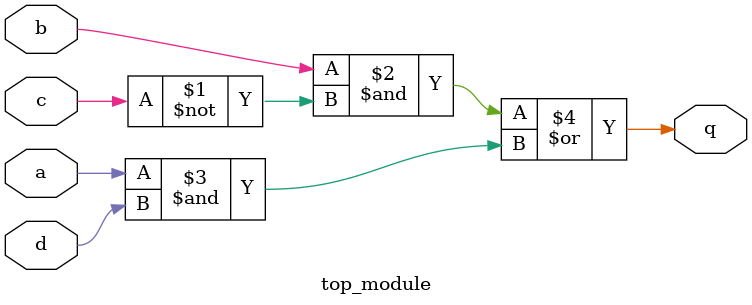
<source format=sv>
module top_module (
    input a, 
    input b, 
    input c, 
    input d,
    output q
);

    assign q = (b & ~c) | (a & d);

endmodule

</source>
